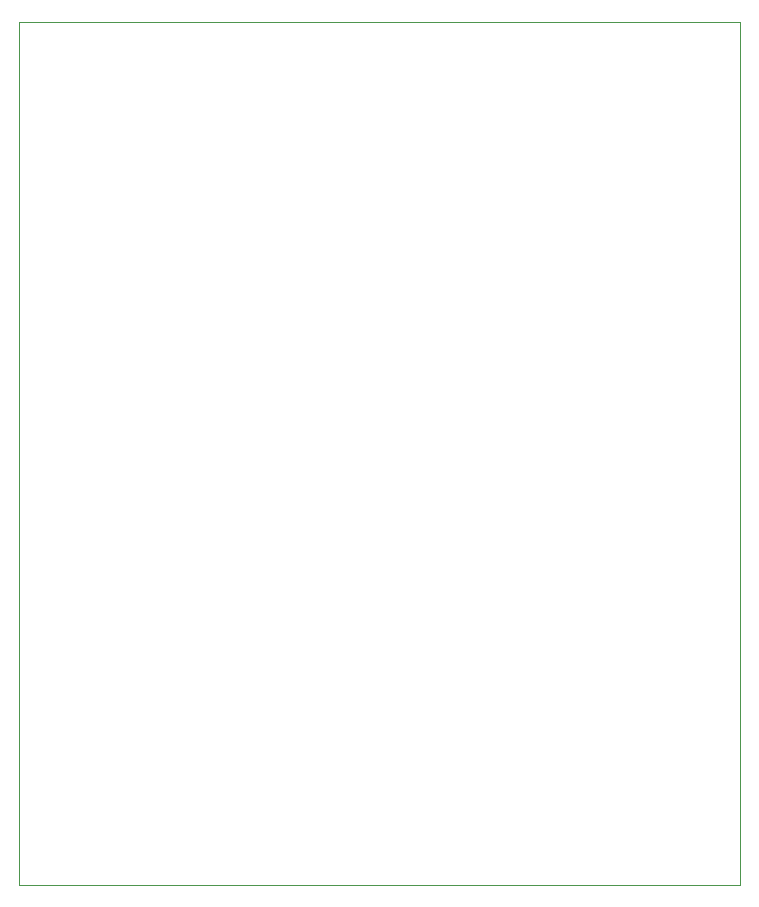
<source format=gm1>
%TF.GenerationSoftware,KiCad,Pcbnew,8.0.1*%
%TF.CreationDate,2024-06-15T11:09:31+01:00*%
%TF.ProjectId,MiniFilter3.2,4d696e69-4669-46c7-9465-72332e322e6b,rev?*%
%TF.SameCoordinates,Original*%
%TF.FileFunction,Profile,NP*%
%FSLAX46Y46*%
G04 Gerber Fmt 4.6, Leading zero omitted, Abs format (unit mm)*
G04 Created by KiCad (PCBNEW 8.0.1) date 2024-06-15 11:09:31*
%MOMM*%
%LPD*%
G01*
G04 APERTURE LIST*
%TA.AperFunction,Profile*%
%ADD10C,0.100000*%
%TD*%
G04 APERTURE END LIST*
D10*
X131572000Y-64643000D02*
X192659000Y-64643000D01*
X192659000Y-137668000D01*
X131572000Y-137668000D01*
X131572000Y-64643000D01*
M02*

</source>
